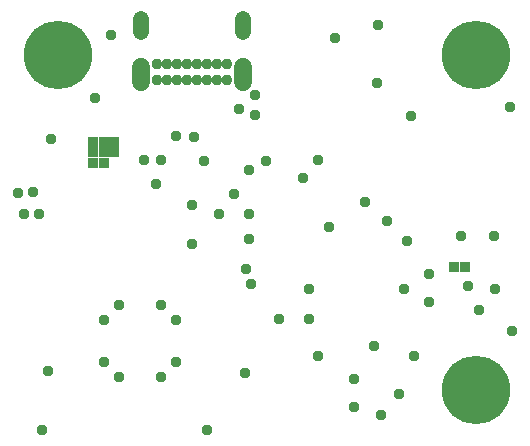
<source format=gbr>
G04 EAGLE Gerber RS-274X export*
G75*
%MOMM*%
%FSLAX34Y34*%
%LPD*%
%INSoldermask Bottom*%
%IPPOS*%
%AMOC8*
5,1,8,0,0,1.08239X$1,22.5*%
G01*
%ADD10C,5.791200*%
%ADD11R,0.908000X0.908000*%
%ADD12R,0.838000X0.838000*%
%ADD13C,0.938000*%
%ADD14C,1.503200*%
%ADD15C,1.328200*%
%ADD16C,0.959600*%


D10*
X394970Y41148D03*
X394970Y325120D03*
X40894Y325120D03*
D11*
X71120Y233680D03*
X80010Y233680D03*
X71120Y242570D03*
X80010Y242570D03*
X71120Y251460D03*
X80010Y251460D03*
X88900Y242570D03*
X88900Y251460D03*
D12*
X385699Y145669D03*
X376682Y145669D03*
D13*
X184690Y303530D03*
X176190Y303530D03*
X167690Y303530D03*
X159190Y303530D03*
X150690Y303530D03*
X142190Y303530D03*
X133690Y303530D03*
X125190Y303530D03*
X184690Y317030D03*
X176190Y317030D03*
X167690Y317030D03*
X159190Y317030D03*
X150690Y317030D03*
X142190Y317030D03*
X133690Y317030D03*
X125190Y317030D03*
D14*
X198140Y315030D02*
X198140Y302030D01*
X111740Y302030D02*
X111740Y315030D01*
D15*
X198140Y344405D02*
X198140Y355655D01*
X111740Y355655D02*
X111740Y344405D01*
D16*
X308610Y78740D03*
X292100Y50800D03*
X261620Y69850D03*
X154940Y198120D03*
X27940Y7620D03*
X167640Y7620D03*
X334010Y127000D03*
X300990Y200660D03*
X320040Y184150D03*
X248920Y220980D03*
X190500Y207010D03*
X203200Y227330D03*
X86360Y341630D03*
X35560Y254000D03*
X114300Y236220D03*
X140970Y256540D03*
X388620Y129540D03*
X397510Y109220D03*
X411480Y127000D03*
X382270Y171450D03*
X336550Y167640D03*
X270510Y179070D03*
X342900Y69850D03*
X292100Y26670D03*
X92710Y113030D03*
X128270Y113030D03*
X80010Y100330D03*
X80010Y64770D03*
X92710Y52070D03*
X128270Y52070D03*
X140970Y100330D03*
X140970Y64770D03*
X194310Y279400D03*
X208280Y274320D03*
X72390Y288290D03*
X425450Y91440D03*
X314960Y20320D03*
X311150Y300990D03*
X312420Y350520D03*
X275590Y339090D03*
X261620Y236220D03*
X177800Y190500D03*
X203200Y190500D03*
X355600Y115570D03*
X355600Y139700D03*
X254000Y127000D03*
X228600Y101600D03*
X254000Y101600D03*
X330200Y38100D03*
X7620Y208280D03*
X410210Y171450D03*
X156210Y255270D03*
X20320Y208786D03*
X128270Y236220D03*
X12700Y190500D03*
X124460Y215900D03*
X217170Y234950D03*
X165100Y234950D03*
X199390Y55880D03*
X25400Y190500D03*
X33020Y57150D03*
X200660Y143510D03*
X203200Y168910D03*
X204470Y130810D03*
X154940Y165254D03*
X208280Y290830D03*
X424180Y280670D03*
X340360Y273050D03*
M02*

</source>
